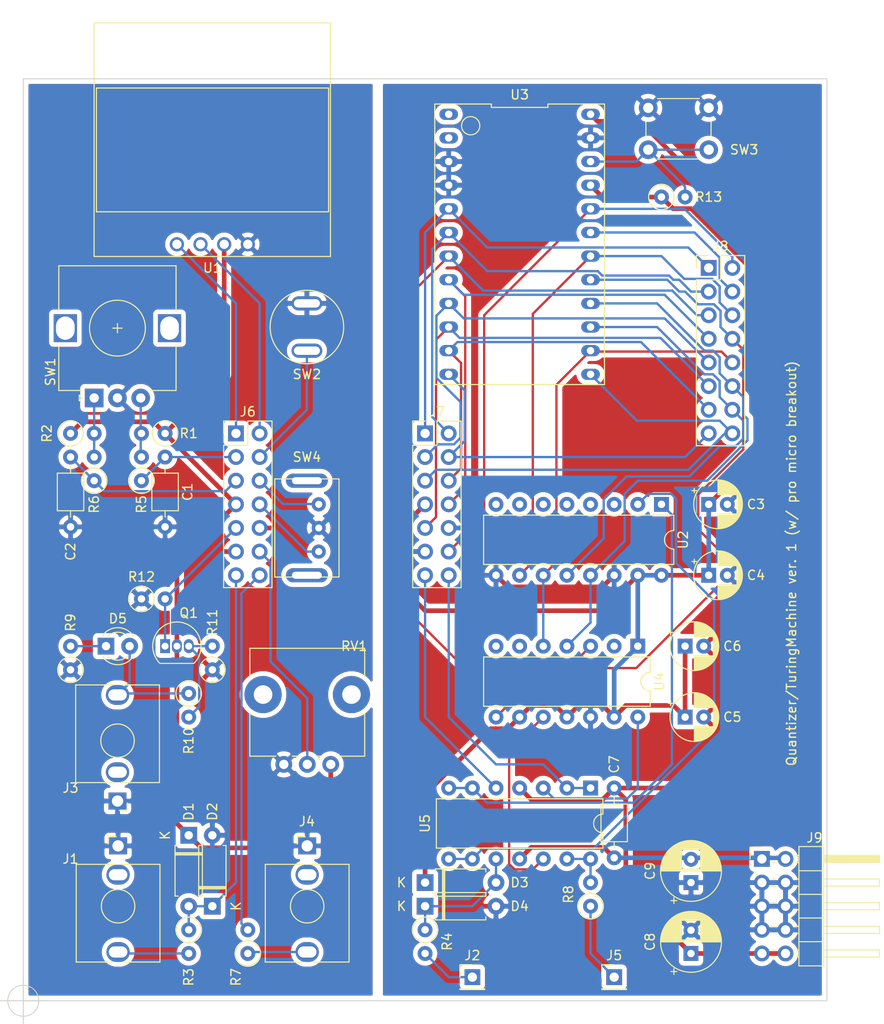
<source format=kicad_pcb>
(kicad_pcb (version 20171130) (host pcbnew "(5.1.8-0-10_14)")
  (layers (0 F.Cu signal) (31 B.Cu signal) (34 B.Paste user) (35 F.Paste user) (36 B.SilkS user) (37 F.SilkS user) (38 B.Mask user) (39 F.Mask user) (44 Edge.Cuts user))
  (net 0 "")
  (net 1 /Sheet628BAE91/re_2)
  (net 2 GND)
  (net 3 /Sheet628BAE91/re_1)
  (net 4 +5V)
  (net 5 /Sheet628BAE91/audio_in_1)
  (net 6 "Net-(D5-Pad1)")
  (net 7 "Net-(D5-Pad2)")
  (net 8 "Net-(J1-PadTN)")
  (net 9 "Net-(J1-PadT)")
  (net 10 "Net-(J3-PadTN)")
  (net 11 "Net-(J4-PadT)")
  (net 12 "Net-(J4-PadTN)")
  (net 13 /Sheet628BAE91/audio_out_1)
  (net 14 /Sheet628BAE91/i2c_clk)
  (net 15 /Sheet628BAE91/i2c_data)
  (net 16 /Sheet628BAE91/btn_enter)
  (net 17 /Sheet628BAE91/gate)
  (net 18 "Net-(Q1-Pad3)")
  (net 19 "Net-(R1-Pad2)")
  (net 20 "Net-(R2-Pad2)")
  (net 21 /Sheet628BAE91/TM_off)
  (net 22 /Sheet628BAE91/TM_on)
  (net 23 /Sheet628BAE91/TM_pot)
  (net 24 +12V)
  (net 25 -12V)
  (net 26 "Net-(D3-Pad2)")
  (net 27 "Net-(J2-Pad1)")
  (net 28 "Net-(J5-Pad1)")
  (net 29 /Sheet628BB73E/i2c_data)
  (net 30 /Sheet628BB73E/i2c_clk)
  (net 31 /Sheet628BB73E/re_2)
  (net 32 /Sheet628BB73E/btn_enter)
  (net 33 /Sheet628BB73E/re_1)
  (net 34 /Sheet628BB73E/gate)
  (net 35 /Sheet628BB73E/audio_in_1)
  (net 36 /Sheet628BB73E/audio_out_1)
  (net 37 /Sheet628BB73E/D20_A2)
  (net 38 /Sheet628BB73E/CS_DA)
  (net 39 /Sheet628BB73E/CS_AD)
  (net 40 /Sheet628BB73E/D18_A0)
  (net 41 /Sheet628BB73E/D16)
  (net 42 /Sheet628BB73E/D15)
  (net 43 /Sheet628BB73E/D14)
  (net 44 "Net-(R8-Pad2)")
  (net 45 "Net-(R13-Pad2)")
  (net 46 "Net-(U2-Pad1)")
  (net 47 "Net-(U2-Pad2)")
  (net 48 "Net-(U2-Pad3)")
  (net 49 "Net-(U2-Pad4)")
  (net 50 "Net-(U2-Pad5)")
  (net 51 "Net-(U2-Pad6)")
  (net 52 "Net-(U2-Pad7)")
  (net 53 "Net-(U2-Pad8)")
  (net 54 "Net-(U3-Pad1)")
  (net 55 "Net-(U3-Pad2)")
  (net 56 "Net-(U4-Pad14)")
  (net 57 "Net-(U4-Pad7)")
  (net 58 "Net-(U4-Pad6)")
  (net 59 "Net-(U4-Pad10)")
  (net 60 "Net-(U4-Pad2)")
  (net 61 /Sheet628BB73E/TM_off)
  (net 62 /Sheet628BB73E/TM_on)
  (net 63 /Sheet628BB73E/TM_pot)
  (module Capacitor_THT:C_Axial_L3.8mm_D2.6mm_P7.50mm_Horizontal (layer F.Cu) (at 73.025 84.455 270)
    (fp_text reference C1 (at 3.75 -2.42 90) (layer F.SilkS))
    (fp_text value 0.1u)
    (pad 1 thru_hole circle (at 0 0 270) (size 1.6 1.6) (drill 0.8) (layers *.Cu *.Mask) (net 1 /Sheet628BAE91/re_2))
    (pad 2 thru_hole oval (at 7.5 0 270) (size 1.6 1.6) (drill 0.8) (layers *.Cu *.Mask) (net 2 GND))
  )
  (module Capacitor_THT:C_Axial_L3.8mm_D2.6mm_P7.50mm_Horizontal (layer F.Cu) (at 62.865 84.455 270)
    (fp_text reference C2 (at 10.16 0 90) (layer F.SilkS))
    (fp_text value 0.1u)
    (pad 2 thru_hole oval (at 7.5 0 270) (size 1.6 1.6) (drill 0.8) (layers *.Cu *.Mask) (net 2 GND))
    (pad 1 thru_hole circle (at 0 0 270) (size 1.6 1.6) (drill 0.8) (layers *.Cu *.Mask) (net 3 /Sheet628BAE91/re_1))
  )
  (module Diode_THT:D_A-405_P7.62mm_Horizontal (layer F.Cu) (at 75.565 125.095 270)
    (fp_text reference D1 (at -2.54 0 90) (layer F.SilkS))
    (fp_text value D)
    (fp_text user K (at 0 2.54 90) (layer F.SilkS))
    (pad 1 thru_hole rect (at 0 0 270) (size 1.8 1.8) (drill 0.9) (layers *.Cu *.Mask) (net 4 +5V))
    (pad 2 thru_hole oval (at 7.62 0 270) (size 1.8 1.8) (drill 0.9) (layers *.Cu *.Mask) (net 5 /Sheet628BAE91/audio_in_1))
  )
  (module Diode_THT:D_A-405_P7.62mm_Horizontal (layer F.Cu) (at 78.105 132.715 90)
    (fp_text reference D2 (at 10.16 0 90) (layer F.SilkS))
    (fp_text value D)
    (fp_text user K (at 0 2.54 90) (layer F.SilkS))
    (pad 2 thru_hole oval (at 7.62 0 90) (size 1.8 1.8) (drill 0.9) (layers *.Cu *.Mask) (net 2 GND))
    (pad 1 thru_hole rect (at 0 0 90) (size 1.8 1.8) (drill 0.9) (layers *.Cu *.Mask) (net 5 /Sheet628BAE91/audio_in_1))
  )
  (module LED_THT:LED_D3.0mm (layer F.Cu) (at 66.675 104.775)
    (fp_text reference D5 (at 1.27 -2.96) (layer F.SilkS))
    (fp_text value LED)
    (pad 1 thru_hole rect (at 0 0) (size 1.8 1.8) (drill 0.9) (layers *.Cu *.Mask) (net 6 "Net-(D5-Pad1)"))
    (pad 2 thru_hole circle (at 2.54 0) (size 1.8 1.8) (drill 0.9) (layers *.Cu *.Mask) (net 7 "Net-(D5-Pad2)"))
  )
  (module Attenuverter:mono_jack_3.5mm (layer F.Cu) (at 67.945 132.715)
    (fp_text reference J1 (at -5.08 -5.08) (layer F.SilkS))
    (fp_text value Audio_in)
    (pad TN thru_hole oval (at 0.03 -3.38 180) (size 2.5 2.13) (drill oval 2 1.2) (layers *.Cu *.Mask) (net 8 "Net-(J1-PadTN)"))
    (pad T thru_hole oval (at 0.03 4.92 180) (size 2.5 2.13) (drill oval 2 1.2) (layers *.Cu *.Mask) (net 9 "Net-(J1-PadT)"))
    (pad S thru_hole rect (at 0.03 -6.48 180) (size 1.93 1.83) (drill 1.22) (layers *.Cu *.Mask) (net 2 GND))
  )
  (module Attenuverter:mono_jack_3.5mm (layer F.Cu) (at 67.945 114.935 180)
    (fp_text reference J3 (at 5.08 -5.08) (layer F.SilkS))
    (fp_text value gate_in)
    (pad TN thru_hole oval (at 0.03 -3.38) (size 2.5 2.13) (drill oval 2 1.2) (layers *.Cu *.Mask) (net 10 "Net-(J3-PadTN)"))
    (pad T thru_hole oval (at 0.03 4.92) (size 2.5 2.13) (drill oval 2 1.2) (layers *.Cu *.Mask) (net 7 "Net-(D5-Pad2)"))
    (pad S thru_hole rect (at 0.03 -6.48) (size 1.93 1.83) (drill 1.22) (layers *.Cu *.Mask) (net 2 GND))
  )
  (module Attenuverter:mono_jack_3.5mm (layer F.Cu) (at 88.265 132.715)
    (fp_text reference J4 (at 0 -9.1) (layer F.SilkS))
    (fp_text value Audio_out)
    (pad S thru_hole rect (at 0.03 -6.48 180) (size 1.93 1.83) (drill 1.22) (layers *.Cu *.Mask) (net 2 GND))
    (pad T thru_hole oval (at 0.03 4.92 180) (size 2.5 2.13) (drill oval 2 1.2) (layers *.Cu *.Mask) (net 11 "Net-(J4-PadT)"))
    (pad TN thru_hole oval (at 0.03 -3.38 180) (size 2.5 2.13) (drill oval 2 1.2) (layers *.Cu *.Mask) (net 12 "Net-(J4-PadTN)"))
  )
  (module Package_TO_SOT_THT:TO-92_Inline (layer F.Cu) (at 73.025 104.775)
    (fp_text reference Q1 (at 2.54 -3.56) (layer F.SilkS))
    (fp_text value 2SC1815)
    (pad 2 thru_hole oval (at 1.27 0) (size 1.05 1.5) (drill 0.75) (layers *.Cu *.Mask) (net 4 +5V))
    (pad 3 thru_hole oval (at 2.54 0) (size 1.05 1.5) (drill 0.75) (layers *.Cu *.Mask) (net 18 "Net-(Q1-Pad3)"))
    (pad 1 thru_hole rect (at 0 0) (size 1.05 1.5) (drill 0.75) (layers *.Cu *.Mask) (net 17 /Sheet628BAE91/gate))
  )
  (module Rotary_Encoder:RotaryEncoder_Alps_EC12E_Vertical_H20mm (layer F.Cu) (at 65.405 78.105 90)
    (fp_text reference SW1 (at 2.8 -4.7 90) (layer F.SilkS))
    (fp_text value command)
    (pad MP thru_hole rect (at 7.5 8.1 90) (size 3 2.5) (drill oval 2.5 2) (layers *.Cu *.Mask))
    (pad MP thru_hole rect (at 7.5 -3.1 90) (size 3 2.5) (drill oval 2.5 2) (layers *.Cu *.Mask))
    (pad B thru_hole circle (at 0 5 90) (size 2 2) (drill 1) (layers *.Cu *.Mask) (net 19 "Net-(R1-Pad2)"))
    (pad C thru_hole circle (at 0 2.5 90) (size 2 2) (drill 1) (layers *.Cu *.Mask) (net 2 GND))
    (pad A thru_hole rect (at 0 0 90) (size 2 2) (drill 1) (layers *.Cu *.Mask) (net 20 "Net-(R2-Pad2)"))
  )
  (module Attenuverter:push_button (layer F.Cu) (at 88.265 70.485)
    (fp_text reference SW2 (at 0 5.08) (layer F.SilkS))
    (fp_text value btn_enter)
    (pad 1 thru_hole oval (at 0 -2.54) (size 3.3 1.524) (drill oval 2.8 0.9) (layers *.Cu *.Mask) (net 2 GND))
    (pad 2 thru_hole oval (at 0 2.54) (size 3.3 1.524) (drill oval 2.8 0.9) (layers *.Cu *.Mask) (net 16 /Sheet628BAE91/btn_enter))
  )
  (module Attenuverter:aki_OLED_0.96in (layer F.Cu) (at 78.105 51.435 180)
    (fp_text reference U1 (at 0 -12.7) (layer F.SilkS))
    (fp_text value OLED_Display_SSD1306)
    (pad 1 thru_hole circle (at -3.81 -10.16 180) (size 1.524 1.524) (drill 1) (layers *.Cu *.Mask) (net 2 GND))
    (pad 2 thru_hole circle (at -1.27 -10.16 180) (size 1.524 1.524) (drill 1) (layers *.Cu *.Mask) (net 4 +5V))
    (pad 3 thru_hole circle (at 1.27 -10.16 180) (size 1.524 1.524) (drill 1) (layers *.Cu *.Mask) (net 14 /Sheet628BAE91/i2c_clk))
    (pad 4 thru_hole circle (at 3.81 -10.16 180) (size 1.524 1.524) (drill 1) (layers *.Cu *.Mask) (net 15 /Sheet628BAE91/i2c_data))
  )
  (module Resistor_THT:R_Axial_DIN0207_L6.3mm_D2.5mm_P2.54mm_Vertical (layer F.Cu) (at 73.025 81.915 180)
    (fp_text reference R1 (at -2.54 0) (layer F.SilkS))
    (fp_text value 10k)
    (pad 1 thru_hole circle (at 0 0 180) (size 1.6 1.6) (drill 0.8) (layers *.Cu *.Mask) (net 4 +5V))
    (pad 2 thru_hole oval (at 2.54 0 180) (size 1.6 1.6) (drill 0.8) (layers *.Cu *.Mask) (net 19 "Net-(R1-Pad2)"))
  )
  (module Resistor_THT:R_Axial_DIN0207_L6.3mm_D2.5mm_P2.54mm_Vertical (layer F.Cu) (at 62.865 81.915)
    (fp_text reference R2 (at -2.54 0 90) (layer F.SilkS))
    (fp_text value 10k)
    (pad 2 thru_hole oval (at 2.54 0) (size 1.6 1.6) (drill 0.8) (layers *.Cu *.Mask) (net 20 "Net-(R2-Pad2)"))
    (pad 1 thru_hole circle (at 0 0) (size 1.6 1.6) (drill 0.8) (layers *.Cu *.Mask) (net 4 +5V))
  )
  (module Resistor_THT:R_Axial_DIN0207_L6.3mm_D2.5mm_P2.54mm_Vertical (layer F.Cu) (at 75.565 135.255 270)
    (fp_text reference R3 (at 5.08 0 90) (layer F.SilkS))
    (fp_text value 100k)
    (pad 1 thru_hole circle (at 0 0 270) (size 1.6 1.6) (drill 0.8) (layers *.Cu *.Mask) (net 5 /Sheet628BAE91/audio_in_1))
    (pad 2 thru_hole oval (at 2.54 0 270) (size 1.6 1.6) (drill 0.8) (layers *.Cu *.Mask) (net 9 "Net-(J1-PadT)"))
  )
  (module Resistor_THT:R_Axial_DIN0207_L6.3mm_D2.5mm_P2.54mm_Vertical (layer F.Cu) (at 70.485 86.995 90)
    (fp_text reference R5 (at -2.54 0 90) (layer F.SilkS))
    (fp_text value 10k)
    (pad 1 thru_hole circle (at 0 0 90) (size 1.6 1.6) (drill 0.8) (layers *.Cu *.Mask) (net 1 /Sheet628BAE91/re_2))
    (pad 2 thru_hole oval (at 2.54 0 90) (size 1.6 1.6) (drill 0.8) (layers *.Cu *.Mask) (net 19 "Net-(R1-Pad2)"))
  )
  (module Resistor_THT:R_Axial_DIN0207_L6.3mm_D2.5mm_P2.54mm_Vertical (layer F.Cu) (at 65.405 86.995 90)
    (fp_text reference R6 (at -2.54 0 90) (layer F.SilkS))
    (fp_text value 10k)
    (pad 2 thru_hole oval (at 2.54 0 90) (size 1.6 1.6) (drill 0.8) (layers *.Cu *.Mask) (net 20 "Net-(R2-Pad2)"))
    (pad 1 thru_hole circle (at 0 0 90) (size 1.6 1.6) (drill 0.8) (layers *.Cu *.Mask) (net 3 /Sheet628BAE91/re_1))
  )
  (module Resistor_THT:R_Axial_DIN0207_L6.3mm_D2.5mm_P2.54mm_Vertical (layer F.Cu) (at 81.915 137.795 90)
    (fp_text reference R7 (at -2.54 -1.27 90) (layer F.SilkS))
    (fp_text value 1k)
    (pad 1 thru_hole circle (at 0 0 90) (size 1.6 1.6) (drill 0.8) (layers *.Cu *.Mask) (net 11 "Net-(J4-PadT)"))
    (pad 2 thru_hole oval (at 2.54 0 90) (size 1.6 1.6) (drill 0.8) (layers *.Cu *.Mask) (net 13 /Sheet628BAE91/audio_out_1))
  )
  (module Resistor_THT:R_Axial_DIN0207_L6.3mm_D2.5mm_P2.54mm_Vertical (layer F.Cu) (at 62.865 107.315 90)
    (fp_text reference R9 (at 5.08 0 90) (layer F.SilkS))
    (fp_text value 10k)
    (pad 2 thru_hole oval (at 2.54 0 90) (size 1.6 1.6) (drill 0.8) (layers *.Cu *.Mask) (net 6 "Net-(D5-Pad1)"))
    (pad 1 thru_hole circle (at 0 0 90) (size 1.6 1.6) (drill 0.8) (layers *.Cu *.Mask) (net 2 GND))
  )
  (module Resistor_THT:R_Axial_DIN0207_L6.3mm_D2.5mm_P2.54mm_Vertical (layer F.Cu) (at 75.565 109.855 270)
    (fp_text reference R10 (at 5.08 0 90) (layer F.SilkS))
    (fp_text value 100k)
    (pad 2 thru_hole oval (at 2.54 0 270) (size 1.6 1.6) (drill 0.8) (layers *.Cu *.Mask) (net 18 "Net-(Q1-Pad3)"))
    (pad 1 thru_hole circle (at 0 0 270) (size 1.6 1.6) (drill 0.8) (layers *.Cu *.Mask) (net 7 "Net-(D5-Pad2)"))
  )
  (module Resistor_THT:R_Axial_DIN0207_L6.3mm_D2.5mm_P2.54mm_Vertical (layer F.Cu) (at 78.105 107.315 90)
    (fp_text reference R11 (at 5.08 0 90) (layer F.SilkS))
    (fp_text value 100k)
    (pad 1 thru_hole circle (at 0 0 90) (size 1.6 1.6) (drill 0.8) (layers *.Cu *.Mask) (net 2 GND))
    (pad 2 thru_hole oval (at 2.54 0 90) (size 1.6 1.6) (drill 0.8) (layers *.Cu *.Mask) (net 18 "Net-(Q1-Pad3)"))
  )
  (module Resistor_THT:R_Axial_DIN0207_L6.3mm_D2.5mm_P2.54mm_Vertical (layer F.Cu) (at 70.485 99.695)
    (fp_text reference R12 (at 0 -2.37) (layer F.SilkS))
    (fp_text value 100k)
    (pad 1 thru_hole circle (at 0 0) (size 1.6 1.6) (drill 0.8) (layers *.Cu *.Mask) (net 2 GND))
    (pad 2 thru_hole oval (at 2.54 0) (size 1.6 1.6) (drill 0.8) (layers *.Cu *.Mask) (net 17 /Sheet628BAE91/gate))
  )
  (module Connector_PinHeader_2.54mm:PinHeader_2x07_P2.54mm_Vertical (layer F.Cu) (at 80.645 81.915)
    (fp_text reference J6 (at 1.27 -2.33) (layer F.SilkS))
    (fp_text value Conn_02x07_Odd_Even)
    (pad 1 thru_hole rect (at 0 0) (size 1.7 1.7) (drill 1) (layers *.Cu *.Mask) (net 15 /Sheet628BAE91/i2c_data))
    (pad 2 thru_hole oval (at 2.54 0) (size 1.7 1.7) (drill 1) (layers *.Cu *.Mask) (net 14 /Sheet628BAE91/i2c_clk))
    (pad 3 thru_hole oval (at 0 2.54) (size 1.7 1.7) (drill 1) (layers *.Cu *.Mask) (net 1 /Sheet628BAE91/re_2))
    (pad 4 thru_hole oval (at 2.54 2.54) (size 1.7 1.7) (drill 1) (layers *.Cu *.Mask) (net 16 /Sheet628BAE91/btn_enter))
    (pad 5 thru_hole oval (at 0 5.08) (size 1.7 1.7) (drill 1) (layers *.Cu *.Mask) (net 3 /Sheet628BAE91/re_1))
    (pad 6 thru_hole oval (at 2.54 5.08) (size 1.7 1.7) (drill 1) (layers *.Cu *.Mask) (net 21 /Sheet628BAE91/TM_off))
    (pad 7 thru_hole oval (at 0 7.62) (size 1.7 1.7) (drill 1) (layers *.Cu *.Mask) (net 4 +5V))
    (pad 8 thru_hole oval (at 2.54 7.62) (size 1.7 1.7) (drill 1) (layers *.Cu *.Mask) (net 22 /Sheet628BAE91/TM_on))
    (pad 9 thru_hole oval (at 0 10.16) (size 1.7 1.7) (drill 1) (layers *.Cu *.Mask) (net 17 /Sheet628BAE91/gate))
    (pad 10 thru_hole oval (at 2.54 10.16) (size 1.7 1.7) (drill 1) (layers *.Cu *.Mask) (net 2 GND))
    (pad 11 thru_hole oval (at 0 12.7) (size 1.7 1.7) (drill 1) (layers *.Cu *.Mask) (net 2 GND))
    (pad 12 thru_hole oval (at 2.54 12.7) (size 1.7 1.7) (drill 1) (layers *.Cu *.Mask) (net 23 /Sheet628BAE91/TM_pot))
    (pad 13 thru_hole oval (at 0 15.24) (size 1.7 1.7) (drill 1) (layers *.Cu *.Mask) (net 5 /Sheet628BAE91/audio_in_1))
    (pad 14 thru_hole oval (at 2.54 15.24) (size 1.7 1.7) (drill 1) (layers *.Cu *.Mask) (net 13 /Sheet628BAE91/audio_out_1))
  )
  (module Attenuverter:Potentiometer_Alps_RK09L_Single_Vertical (layer F.Cu) (at 90.805 117.475 90)
    (fp_text reference RV1 (at 12.7 2.54 180) (layer F.SilkS))
    (fp_text value param)
    (pad 3 thru_hole circle (at 0 0.02 90) (size 1.8 1.8) (drill 1) (layers *.Cu *.Mask) (net 4 +5V))
    (pad 2 thru_hole circle (at 0 -2.5 90) (size 1.8 1.8) (drill 1) (layers *.Cu *.Mask) (net 23 /Sheet628BAE91/TM_pot))
    (pad 1 thru_hole circle (at 0 -5.02 90) (size 1.8 1.8) (drill 1) (layers *.Cu *.Mask) (net 2 GND))
    (pad "" np_thru_hole circle (at 7.5 -7.25 90) (size 4 4) (drill 2) (layers *.Cu *.Mask))
    (pad "" np_thru_hole circle (at 7.5 2.25 90) (size 4 4) (drill 2) (layers *.Cu *.Mask))
  )
  (module Attenuverter:SW_DPDT_Momentary (layer F.Cu) (at 88.265 92.075 270)
    (fp_text reference SW4 (at -7.62 0 180) (layer F.SilkS))
    (fp_text value write)
    (pad 1 thru_hole circle (at -2.54 -1.27 270) (size 1.524 1.524) (drill 0.762) (layers *.Cu *.Mask) (net 21 /Sheet628BAE91/TM_off))
    (pad 2 thru_hole circle (at 0 -1.27 270) (size 1.524 1.524) (drill 0.762) (layers *.Cu *.Mask) (net 2 GND))
    (pad 3 thru_hole circle (at 2.54 -1.27 270) (size 1.524 1.524) (drill 0.762) (layers *.Cu *.Mask) (net 22 /Sheet628BAE91/TM_on))
    (pad "" np_thru_hole oval (at 5.08 0) (size 4.5 1.524) (drill oval 3.2 0.762) (layers *.Cu *.Mask))
    (pad "" np_thru_hole oval (at -5.08 0) (size 4.5 1.524) (drill oval 3.2 0.762) (layers *.Cu *.Mask))
  )
  (module Capacitor_THT:CP_Radial_D5.0mm_P2.00mm (layer F.Cu) (at 131.445 89.535)
    (fp_text reference C3 (at 5.08 0) (layer F.SilkS))
    (fp_text value 10u)
    (pad 2 thru_hole circle (at 2 0) (size 1.6 1.6) (drill 0.8) (layers *.Cu *.Mask) (net 2 GND))
    (pad 1 thru_hole rect (at 0 0) (size 1.6 1.6) (drill 0.8) (layers *.Cu *.Mask) (net 4 +5V))
  )
  (module Capacitor_THT:CP_Radial_D5.0mm_P2.00mm (layer F.Cu) (at 131.445 97.155)
    (fp_text reference C4 (at 5.08 0) (layer F.SilkS))
    (fp_text value 1u)
    (pad 1 thru_hole rect (at 0 0) (size 1.6 1.6) (drill 0.8) (layers *.Cu *.Mask) (net 4 +5V))
    (pad 2 thru_hole circle (at 2 0) (size 1.6 1.6) (drill 0.8) (layers *.Cu *.Mask) (net 2 GND))
  )
  (module Capacitor_THT:CP_Radial_D5.0mm_P2.00mm (layer F.Cu) (at 128.905 112.395)
    (fp_text reference C5 (at 5.08 0) (layer F.SilkS))
    (fp_text value 10u)
    (pad 2 thru_hole circle (at 2 0) (size 1.6 1.6) (drill 0.8) (layers *.Cu *.Mask) (net 2 GND))
    (pad 1 thru_hole rect (at 0 0) (size 1.6 1.6) (drill 0.8) (layers *.Cu *.Mask) (net 4 +5V))
  )
  (module Capacitor_THT:CP_Radial_D5.0mm_P2.00mm (layer F.Cu) (at 128.905 104.775)
    (fp_text reference C6 (at 5.08 0) (layer F.SilkS))
    (fp_text value 1u)
    (pad 1 thru_hole rect (at 0 0) (size 1.6 1.6) (drill 0.8) (layers *.Cu *.Mask) (net 4 +5V))
    (pad 2 thru_hole circle (at 2 0) (size 1.6 1.6) (drill 0.8) (layers *.Cu *.Mask) (net 2 GND))
  )
  (module Capacitor_THT:C_Axial_L3.8mm_D2.6mm_P7.50mm_Horizontal (layer F.Cu) (at 121.285 120.015 270)
    (fp_text reference C7 (at -2.54 0 90) (layer F.SilkS))
    (fp_text value 0.1u)
    (pad 1 thru_hole circle (at 0 0 270) (size 1.6 1.6) (drill 0.8) (layers *.Cu *.Mask) (net 24 +12V))
    (pad 2 thru_hole oval (at 7.5 0 270) (size 1.6 1.6) (drill 0.8) (layers *.Cu *.Mask) (net 25 -12V))
  )
  (module Capacitor_THT:CP_Radial_D6.3mm_P2.50mm (layer F.Cu) (at 129.54 137.795 90)
    (fp_text reference C8 (at 1.25 -4.4 90) (layer F.SilkS))
    (fp_text value 100u)
    (pad 1 thru_hole rect (at 0 0 90) (size 1.6 1.6) (drill 0.8) (layers *.Cu *.Mask) (net 24 +12V))
    (pad 2 thru_hole circle (at 2.5 0 90) (size 1.6 1.6) (drill 0.8) (layers *.Cu *.Mask) (net 2 GND))
  )
  (module Capacitor_THT:CP_Radial_D6.3mm_P2.50mm (layer F.Cu) (at 129.54 130.175 90)
    (fp_text reference C9 (at 1.25 -4.4 90) (layer F.SilkS))
    (fp_text value 100u)
    (pad 2 thru_hole circle (at 2.5 0 90) (size 1.6 1.6) (drill 0.8) (layers *.Cu *.Mask) (net 25 -12V))
    (pad 1 thru_hole rect (at 0 0 90) (size 1.6 1.6) (drill 0.8) (layers *.Cu *.Mask) (net 2 GND))
  )
  (module Diode_THT:D_A-405_P7.62mm_Horizontal (layer F.Cu) (at 100.965 130.175)
    (fp_text reference D3 (at 10.16 0) (layer F.SilkS))
    (fp_text value D)
    (fp_text user K (at -2.54 0) (layer F.SilkS))
    (pad 1 thru_hole rect (at 0 0) (size 1.8 1.8) (drill 0.9) (layers *.Cu *.Mask) (net 4 +5V))
    (pad 2 thru_hole oval (at 7.62 0) (size 1.8 1.8) (drill 0.9) (layers *.Cu *.Mask) (net 26 "Net-(D3-Pad2)"))
  )
  (module Diode_THT:D_A-405_P7.62mm_Horizontal (layer F.Cu) (at 100.965 132.715)
    (fp_text reference D4 (at 10.16 0) (layer F.SilkS))
    (fp_text value D)
    (fp_text user K (at -2.54 0) (layer F.SilkS))
    (pad 2 thru_hole oval (at 7.62 0) (size 1.8 1.8) (drill 0.9) (layers *.Cu *.Mask) (net 2 GND))
    (pad 1 thru_hole rect (at 0 0) (size 1.8 1.8) (drill 0.9) (layers *.Cu *.Mask) (net 26 "Net-(D3-Pad2)"))
  )
  (module Connector_PinHeader_2.54mm:PinHeader_1x01_P2.54mm_Vertical (layer F.Cu) (at 106.045 140.335)
    (fp_text reference J2 (at 0 -2.33) (layer F.SilkS))
    (fp_text value Audio_in_2)
    (pad 1 thru_hole rect (at 0 0) (size 1.7 1.7) (drill 1) (layers *.Cu *.Mask) (net 27 "Net-(J2-Pad1)"))
  )
  (module Connector_PinHeader_2.54mm:PinHeader_1x01_P2.54mm_Vertical (layer F.Cu) (at 121.285 140.335)
    (fp_text reference J5 (at 0 -2.33) (layer F.SilkS))
    (fp_text value Audio_out_2)
    (pad 1 thru_hole rect (at 0 0) (size 1.7 1.7) (drill 1) (layers *.Cu *.Mask) (net 28 "Net-(J5-Pad1)"))
  )
  (module Connector_PinHeader_2.54mm:PinHeader_2x08_P2.54mm_Vertical (layer F.Cu) (at 131.445 64.135)
    (fp_text reference J8 (at 1.27 -2.33) (layer F.SilkS))
    (fp_text value breakout)
    (pad 1 thru_hole rect (at 0 0) (size 1.7 1.7) (drill 1) (layers *.Cu *.Mask) (net 29 /Sheet628BB73E/i2c_data))
    (pad 2 thru_hole oval (at 2.54 0) (size 1.7 1.7) (drill 1) (layers *.Cu *.Mask) (net 63 /Sheet628BB73E/TM_pot))
    (pad 3 thru_hole oval (at 0 2.54) (size 1.7 1.7) (drill 1) (layers *.Cu *.Mask) (net 30 /Sheet628BB73E/i2c_clk))
    (pad 4 thru_hole oval (at 2.54 2.54) (size 1.7 1.7) (drill 1) (layers *.Cu *.Mask) (net 37 /Sheet628BB73E/D20_A2))
    (pad 5 thru_hole oval (at 0 5.08) (size 1.7 1.7) (drill 1) (layers *.Cu *.Mask) (net 38 /Sheet628BB73E/CS_DA))
    (pad 6 thru_hole oval (at 2.54 5.08) (size 1.7 1.7) (drill 1) (layers *.Cu *.Mask) (net 39 /Sheet628BB73E/CS_AD))
    (pad 7 thru_hole oval (at 0 7.62) (size 1.7 1.7) (drill 1) (layers *.Cu *.Mask) (net 62 /Sheet628BB73E/TM_on))
    (pad 8 thru_hole oval (at 2.54 7.62) (size 1.7 1.7) (drill 1) (layers *.Cu *.Mask) (net 40 /Sheet628BB73E/D18_A0))
    (pad 9 thru_hole oval (at 0 10.16) (size 1.7 1.7) (drill 1) (layers *.Cu *.Mask) (net 31 /Sheet628BB73E/re_2))
    (pad 10 thru_hole oval (at 2.54 10.16) (size 1.7 1.7) (drill 1) (layers *.Cu *.Mask) (net 41 /Sheet628BB73E/D16))
    (pad 11 thru_hole oval (at 0 12.7) (size 1.7 1.7) (drill 1) (layers *.Cu *.Mask) (net 34 /Sheet628BB73E/gate))
    (pad 12 thru_hole oval (at 2.54 12.7) (size 1.7 1.7) (drill 1) (layers *.Cu *.Mask) (net 42 /Sheet628BB73E/D15))
    (pad 13 thru_hole oval (at 0 15.24) (size 1.7 1.7) (drill 1) (layers *.Cu *.Mask) (net 61 /Sheet628BB73E/TM_off))
    (pad 14 thru_hole oval (at 2.54 15.24) (size 1.7 1.7) (drill 1) (layers *.Cu *.Mask) (net 43 /Sheet628BB73E/D14))
    (pad 15 thru_hole oval (at 0 17.78) (size 1.7 1.7) (drill 1) (layers *.Cu *.Mask) (net 32 /Sheet628BB73E/btn_enter))
    (pad 16 thru_hole oval (at 2.54 17.78) (size 1.7 1.7) (drill 1) (layers *.Cu *.Mask) (net 33 /Sheet628BB73E/re_1))
  )
  (module Connector_PinHeader_2.54mm:PinHeader_2x05_P2.54mm_Horizontal (layer F.Cu) (at 137.16 127.635)
    (fp_text reference J9 (at 5.655 -2.27) (layer F.SilkS))
    (fp_text value power_bus)
    (pad 1 thru_hole rect (at 0 0) (size 1.7 1.7) (drill 1) (layers *.Cu *.Mask) (net 25 -12V))
    (pad 2 thru_hole oval (at 2.54 0) (size 1.7 1.7) (drill 1) (layers *.Cu *.Mask) (net 25 -12V))
    (pad 3 thru_hole oval (at 0 2.54) (size 1.7 1.7) (drill 1) (layers *.Cu *.Mask) (net 2 GND))
    (pad 4 thru_hole oval (at 2.54 2.54) (size 1.7 1.7) (drill 1) (layers *.Cu *.Mask) (net 2 GND))
    (pad 5 thru_hole oval (at 0 5.08) (size 1.7 1.7) (drill 1) (layers *.Cu *.Mask) (net 2 GND))
    (pad 6 thru_hole oval (at 2.54 5.08) (size 1.7 1.7) (drill 1) (layers *.Cu *.Mask) (net 2 GND))
    (pad 7 thru_hole oval (at 0 7.62) (size 1.7 1.7) (drill 1) (layers *.Cu *.Mask) (net 2 GND))
    (pad 8 thru_hole oval (at 2.54 7.62) (size 1.7 1.7) (drill 1) (layers *.Cu *.Mask) (net 2 GND))
    (pad 9 thru_hole oval (at 0 10.16) (size 1.7 1.7) (drill 1) (layers *.Cu *.Mask) (net 24 +12V))
    (pad 10 thru_hole oval (at 2.54 10.16) (size 1.7 1.7) (drill 1) (layers *.Cu *.Mask) (net 24 +12V))
  )
  (module Resistor_THT:R_Axial_DIN0207_L6.3mm_D2.5mm_P2.54mm_Vertical (layer F.Cu) (at 100.965 135.255 270)
    (fp_text reference R4 (at 1.27 -2.37 90) (layer F.SilkS))
    (fp_text value 100k)
    (pad 2 thru_hole oval (at 2.54 0 270) (size 1.6 1.6) (drill 0.8) (layers *.Cu *.Mask) (net 27 "Net-(J2-Pad1)"))
    (pad 1 thru_hole circle (at 0 0 270) (size 1.6 1.6) (drill 0.8) (layers *.Cu *.Mask) (net 26 "Net-(D3-Pad2)"))
  )
  (module Resistor_THT:R_Axial_DIN0207_L6.3mm_D2.5mm_P2.54mm_Vertical (layer F.Cu) (at 118.745 132.715 90)
    (fp_text reference R8 (at 1.27 -2.37 90) (layer F.SilkS))
    (fp_text value 1k)
    (pad 1 thru_hole circle (at 0 0 90) (size 1.6 1.6) (drill 0.8) (layers *.Cu *.Mask) (net 28 "Net-(J5-Pad1)"))
    (pad 2 thru_hole oval (at 2.54 0 90) (size 1.6 1.6) (drill 0.8) (layers *.Cu *.Mask) (net 44 "Net-(R8-Pad2)"))
  )
  (module Resistor_THT:R_Axial_DIN0207_L6.3mm_D2.5mm_P2.54mm_Vertical (layer F.Cu) (at 126.365 56.515)
    (fp_text reference R13 (at 5.08 0) (layer F.SilkS))
    (fp_text value 10k)
    (pad 1 thru_hole circle (at 0 0) (size 1.6 1.6) (drill 0.8) (layers *.Cu *.Mask) (net 4 +5V))
    (pad 2 thru_hole oval (at 2.54 0) (size 1.6 1.6) (drill 0.8) (layers *.Cu *.Mask) (net 45 "Net-(R13-Pad2)"))
  )
  (module Button_Switch_THT:SW_PUSH_6mm (layer F.Cu) (at 131.445 51.435 180)
    (fp_text reference SW3 (at -3.81 0) (layer F.SilkS))
    (fp_text value reset)
    (pad 2 thru_hole circle (at 0 4.5 270) (size 2 2) (drill 1.1) (layers *.Cu *.Mask) (net 2 GND))
    (pad 1 thru_hole circle (at 0 0 270) (size 2 2) (drill 1.1) (layers *.Cu *.Mask) (net 45 "Net-(R13-Pad2)"))
    (pad 2 thru_hole circle (at 6.5 4.5 270) (size 2 2) (drill 1.1) (layers *.Cu *.Mask) (net 2 GND))
    (pad 1 thru_hole circle (at 6.5 0 270) (size 2 2) (drill 1.1) (layers *.Cu *.Mask) (net 45 "Net-(R13-Pad2)"))
  )
  (module Package_DIP:DIP-16_W7.62mm (layer F.Cu) (at 126.365 89.535 270)
    (fp_text reference U2 (at 3.81 -2.33 90) (layer F.SilkS))
    (fp_text value MCP3208)
    (pad 1 thru_hole rect (at 0 0 270) (size 1.6 1.6) (drill 0.8) (layers *.Cu *.Mask) (net 46 "Net-(U2-Pad1)"))
    (pad 9 thru_hole oval (at 7.62 17.78 270) (size 1.6 1.6) (drill 0.8) (layers *.Cu *.Mask) (net 2 GND))
    (pad 2 thru_hole oval (at 0 2.54 270) (size 1.6 1.6) (drill 0.8) (layers *.Cu *.Mask) (net 47 "Net-(U2-Pad2)"))
    (pad 10 thru_hole oval (at 7.62 15.24 270) (size 1.6 1.6) (drill 0.8) (layers *.Cu *.Mask) (net 39 /Sheet628BB73E/CS_AD))
    (pad 3 thru_hole oval (at 0 5.08 270) (size 1.6 1.6) (drill 0.8) (layers *.Cu *.Mask) (net 48 "Net-(U2-Pad3)"))
    (pad 11 thru_hole oval (at 7.62 12.7 270) (size 1.6 1.6) (drill 0.8) (layers *.Cu *.Mask) (net 41 /Sheet628BB73E/D16))
    (pad 4 thru_hole oval (at 0 7.62 270) (size 1.6 1.6) (drill 0.8) (layers *.Cu *.Mask) (net 49 "Net-(U2-Pad4)"))
    (pad 12 thru_hole oval (at 7.62 10.16 270) (size 1.6 1.6) (drill 0.8) (layers *.Cu *.Mask) (net 43 /Sheet628BB73E/D14))
    (pad 5 thru_hole oval (at 0 10.16 270) (size 1.6 1.6) (drill 0.8) (layers *.Cu *.Mask) (net 50 "Net-(U2-Pad5)"))
    (pad 13 thru_hole oval (at 7.62 7.62 270) (size 1.6 1.6) (drill 0.8) (layers *.Cu *.Mask) (net 42 /Sheet628BB73E/D15))
    (pad 6 thru_hole oval (at 0 12.7 270) (size 1.6 1.6) (drill 0.8) (layers *.Cu *.Mask) (net 51 "Net-(U2-Pad6)"))
    (pad 14 thru_hole oval (at 7.62 5.08 270) (size 1.6 1.6) (drill 0.8) (layers *.Cu *.Mask) (net 2 GND))
    (pad 7 thru_hole oval (at 0 15.24 270) (size 1.6 1.6) (drill 0.8) (layers *.Cu *.Mask) (net 52 "Net-(U2-Pad7)"))
    (pad 15 thru_hole oval (at 7.62 2.54 270) (size 1.6 1.6) (drill 0.8) (layers *.Cu *.Mask) (net 4 +5V))
    (pad 8 thru_hole oval (at 0 17.78 270) (size 1.6 1.6) (drill 0.8) (layers *.Cu *.Mask) (net 53 "Net-(U2-Pad8)"))
    (pad 16 thru_hole oval (at 7.62 0 270) (size 1.6 1.6) (drill 0.8) (layers *.Cu *.Mask) (net 4 +5V))
  )
  (module ClockGenerator:Pro_Micro_Top_side_Up (layer F.Cu) (at 111.125 61.595 270)
    (fp_text reference U3 (at -16.07 0) (layer F.SilkS))
    (fp_text value ProMicro)
    (pad 24 thru_hole oval (at -13.97 -7.62 270) (size 1.2 2) (drill 0.8) (layers *.Cu *.Mask) (net 24 +12V))
    (pad 1 thru_hole oval (at -13.97 7.62 270) (size 1.2 2) (drill 0.8) (layers *.Cu *.Mask) (net 54 "Net-(U3-Pad1)"))
    (pad 23 thru_hole oval (at -11.43 -7.62 270) (size 1.2 2) (drill 0.8) (layers *.Cu *.Mask) (net 2 GND))
    (pad 2 thru_hole oval (at -11.43 7.62 270) (size 1.2 2) (drill 0.8) (layers *.Cu *.Mask) (net 55 "Net-(U3-Pad2)"))
    (pad 22 thru_hole oval (at -8.89 -7.62 270) (size 1.2 2) (drill 0.8) (layers *.Cu *.Mask) (net 45 "Net-(R13-Pad2)"))
    (pad 3 thru_hole oval (at -8.89 7.62 270) (size 1.2 2) (drill 0.8) (layers *.Cu *.Mask) (net 2 GND))
    (pad 21 thru_hole oval (at -6.35 -7.62 270) (size 1.2 2) (drill 0.8) (layers *.Cu *.Mask) (net 4 +5V))
    (pad 4 thru_hole oval (at -6.35 7.62 270) (size 1.2 2) (drill 0.8) (layers *.Cu *.Mask) (net 2 GND))
    (pad 20 thru_hole oval (at -3.81 -7.62 270) (size 1.2 2) (drill 0.8) (layers *.Cu *.Mask) (net 63 /Sheet628BB73E/TM_pot))
    (pad 5 thru_hole oval (at -3.81 7.62 270) (size 1.2 2) (drill 0.8) (layers *.Cu *.Mask) (net 29 /Sheet628BB73E/i2c_data))
    (pad 19 thru_hole oval (at -1.27 -7.62 270) (size 1.2 2) (drill 0.8) (layers *.Cu *.Mask) (net 37 /Sheet628BB73E/D20_A2))
    (pad 6 thru_hole oval (at -1.27 7.62 270) (size 1.2 2) (drill 0.8) (layers *.Cu *.Mask) (net 30 /Sheet628BB73E/i2c_clk))
    (pad 18 thru_hole oval (at 1.27 -7.62 270) (size 1.2 2) (drill 0.8) (layers *.Cu *.Mask) (net 39 /Sheet628BB73E/CS_AD))
    (pad 7 thru_hole oval (at 1.27 7.62 270) (size 1.2 2) (drill 0.8) (layers *.Cu *.Mask) (net 38 /Sheet628BB73E/CS_DA))
    (pad 17 thru_hole oval (at 3.81 -7.62 270) (size 1.2 2) (drill 0.8) (layers *.Cu *.Mask) (net 40 /Sheet628BB73E/D18_A0))
    (pad 8 thru_hole oval (at 3.81 7.62 270) (size 1.2 2) (drill 0.8) (layers *.Cu *.Mask) (net 62 /Sheet628BB73E/TM_on))
    (pad 16 thru_hole oval (at 6.35 -7.62 270) (size 1.2 2) (drill 0.8) (layers *.Cu *.Mask) (net 42 /Sheet628BB73E/D15))
    (pad 9 thru_hole oval (at 6.35 7.62 270) (size 1.2 2) (drill 0.8) (layers *.Cu *.Mask) (net 31 /Sheet628BB73E/re_2))
    (pad 15 thru_hole oval (at 8.89 -7.62 270) (size 1.2 2) (drill 0.8) (layers *.Cu *.Mask) (net 43 /Sheet628BB73E/D14))
    (pad 10 thru_hole oval (at 8.89 7.62 270) (size 1.2 2) (drill 0.8) (layers *.Cu *.Mask) (net 34 /Sheet628BB73E/gate))
    (pad 14 thru_hole oval (at 11.43 -7.62 270) (size 1.2 2) (drill 0.8) (layers *.Cu *.Mask) (net 41 /Sheet628BB73E/D16))
    (pad 11 thru_hole oval (at 11.43 7.62 270) (size 1.2 2) (drill 0.8) (layers *.Cu *.Mask) (net 61 /Sheet628BB73E/TM_off))
    (pad 13 thru_hole oval (at 13.97 -7.62 270) (size 1.2 2) (drill 0.8) (layers *.Cu *.Mask) (net 33 /Sheet628BB73E/re_1))
    (pad 12 thru_hole oval (at 13.97 7.62 270) (size 1.2 2) (drill 0.8) (layers *.Cu *.Mask) (net 32 /Sheet628BB73E/btn_enter))
  )
  (module Package_DIP:DIP-14_W7.62mm (layer F.Cu) (at 123.825 104.775 270)
    (fp_text reference U4 (at 3.81 -2.33 90) (layer F.SilkS))
    (fp_text value MCP4922)
    (pad 14 thru_hole oval (at 7.62 0 270) (size 1.6 1.6) (drill 0.8) (layers *.Cu *.Mask) (net 56 "Net-(U4-Pad14)"))
    (pad 7 thru_hole oval (at 0 15.24 270) (size 1.6 1.6) (drill 0.8) (layers *.Cu *.Mask) (net 57 "Net-(U4-Pad7)"))
    (pad 13 thru_hole oval (at 7.62 2.54 270) (size 1.6 1.6) (drill 0.8) (layers *.Cu *.Mask) (net 4 +5V))
    (pad 6 thru_hole oval (at 0 12.7 270) (size 1.6 1.6) (drill 0.8) (layers *.Cu *.Mask) (net 58 "Net-(U4-Pad6)"))
    (pad 12 thru_hole oval (at 7.62 5.08 270) (size 1.6 1.6) (drill 0.8) (layers *.Cu *.Mask) (net 2 GND))
    (pad 5 thru_hole oval (at 0 10.16 270) (size 1.6 1.6) (drill 0.8) (layers *.Cu *.Mask) (net 41 /Sheet628BB73E/D16))
    (pad 11 thru_hole oval (at 7.62 7.62 270) (size 1.6 1.6) (drill 0.8) (layers *.Cu *.Mask) (net 4 +5V))
    (pad 4 thru_hole oval (at 0 7.62 270) (size 1.6 1.6) (drill 0.8) (layers *.Cu *.Mask) (net 42 /Sheet628BB73E/D15))
    (pad 10 thru_hole oval (at 7.62 10.16 270) (size 1.6 1.6) (drill 0.8) (layers *.Cu *.Mask) (net 59 "Net-(U4-Pad10)"))
    (pad 3 thru_hole oval (at 0 5.08 270) (size 1.6 1.6) (drill 0.8) (layers *.Cu *.Mask) (net 38 /Sheet628BB73E/CS_DA))
    (pad 9 thru_hole oval (at 7.62 12.7 270) (size 1.6 1.6) (drill 0.8) (layers *.Cu *.Mask) (net 4 +5V))
    (pad 2 thru_hole oval (at 0 2.54 270) (size 1.6 1.6) (drill 0.8) (layers *.Cu *.Mask) (net 60 "Net-(U4-Pad2)"))
    (pad 8 thru_hole oval (at 7.62 15.24 270) (size 1.6 1.6) (drill 0.8) (layers *.Cu *.Mask) (net 40 /Sheet628BB73E/D18_A0))
    (pad 1 thru_hole rect (at 0 0 270) (size 1.6 1.6) (drill 0.8) (layers *.Cu *.Mask) (net 4 +5V))
  )
  (module Package_DIP:DIP-14_W7.62mm (layer F.Cu) (at 118.745 120.015 270)
    (fp_text reference U5 (at 3.81 17.78 90) (layer F.SilkS))
    (fp_text value TL074)
    (pad 1 thru_hole rect (at 0 0 270) (size 1.6 1.6) (drill 0.8) (layers *.Cu *.Mask) (net 36 /Sheet628BB73E/audio_out_1))
    (pad 8 thru_hole oval (at 7.62 15.24 270) (size 1.6 1.6) (drill 0.8) (layers *.Cu *.Mask) (net 47 "Net-(U2-Pad2)"))
    (pad 2 thru_hole oval (at 0 2.54 270) (size 1.6 1.6) (drill 0.8) (layers *.Cu *.Mask) (net 36 /Sheet628BB73E/audio_out_1))
    (pad 9 thru_hole oval (at 7.62 12.7 270) (size 1.6 1.6) (drill 0.8) (layers *.Cu *.Mask) (net 47 "Net-(U2-Pad2)"))
    (pad 3 thru_hole oval (at 0 5.08 270) (size 1.6 1.6) (drill 0.8) (layers *.Cu *.Mask) (net 56 "Net-(U4-Pad14)"))
    (pad 10 thru_hole oval (at 7.62 10.16 270) (size 1.6 1.6) (drill 0.8) (layers *.Cu *.Mask) (net 26 "Net-(D3-Pad2)"))
    (pad 4 thru_hole oval (at 0 7.62 270) (size 1.6 1.6) (drill 0.8) (layers *.Cu *.Mask) (net 24 +12V))
    (pad 11 thru_hole oval (at 7.62 7.62 270) (size 1.6 1.6) (drill 0.8) (layers *.Cu *.Mask) (net 25 -12V))
    (pad 5 thru_hole oval (at 0 10.16 270) (size 1.6 1.6) (drill 0.8) (layers *.Cu *.Mask) (net 35 /Sheet628BB73E/audio_in_1))
    (pad 12 thru_hole oval (at 7.62 5.08 270) (size 1.6 1.6) (drill 0.8) (layers *.Cu *.Mask) (net 59 "Net-(U4-Pad10)"))
    (pad 6 thru_hole oval (at 0 12.7 270) (size 1.6 1.6) (drill 0.8) (layers *.Cu *.Mask) (net 46 "Net-(U2-Pad1)"))
    (pad 13 thru_hole oval (at 7.62 2.54 270) (size 1.6 1.6) (drill 0.8) (layers *.Cu *.Mask) (net 44 "Net-(R8-Pad2)"))
    (pad 7 thru_hole oval (at 0 15.24 270) (size 1.6 1.6) (drill 0.8) (layers *.Cu *.Mask) (net 46 "Net-(U2-Pad1)"))
    (pad 14 thru_hole oval (at 7.62 0 270) (size 1.6 1.6) (drill 0.8) (layers *.Cu *.Mask) (net 44 "Net-(R8-Pad2)"))
  )
  (module Connector_PinHeader_2.54mm:PinHeader_2x07_P2.54mm_Vertical (layer F.Cu) (at 100.965 81.915)
    (fp_text reference J7 (at 1.27 -2.33) (layer F.SilkS))
    (fp_text value Conn_02x07_Odd_Even)
    (pad 1 thru_hole rect (at 0 0) (size 1.7 1.7) (drill 1) (layers *.Cu *.Mask) (net 29 /Sheet628BB73E/i2c_data))
    (pad 2 thru_hole oval (at 2.54 0) (size 1.7 1.7) (drill 1) (layers *.Cu *.Mask) (net 30 /Sheet628BB73E/i2c_clk))
    (pad 3 thru_hole oval (at 0 2.54) (size 1.7 1.7) (drill 1) (layers *.Cu *.Mask) (net 31 /Sheet628BB73E/re_2))
    (pad 4 thru_hole oval (at 2.54 2.54) (size 1.7 1.7) (drill 1) (layers *.Cu *.Mask) (net 32 /Sheet628BB73E/btn_enter))
    (pad 5 thru_hole oval (at 0 5.08) (size 1.7 1.7) (drill 1) (layers *.Cu *.Mask) (net 33 /Sheet628BB73E/re_1))
    (pad 6 thru_hole oval (at 2.54 5.08) (size 1.7 1.7) (drill 1) (layers *.Cu *.Mask) (net 61 /Sheet628BB73E/TM_off))
    (pad 7 thru_hole oval (at 0 7.62) (size 1.7 1.7) (drill 1) (layers *.Cu *.Mask) (net 4 +5V))
    (pad 8 thru_hole oval (at 2.54 7.62) (size 1.7 1.7) (drill 1) (layers *.Cu *.Mask) (net 62 /Sheet628BB73E/TM_on))
    (pad 9 thru_hole oval (at 0 10.16) (size 1.7 1.7) (drill 1) (layers *.Cu *.Mask) (net 34 /Sheet628BB73E/gate))
    (pad 10 thru_hole oval (at 2.54 10.16) (size 1.7 1.7) (drill 1) (layers *.Cu *.Mask) (net 2 GND))
    (pad 11 thru_hole oval (at 0 12.7) (size 1.7 1.7) (drill 1) (layers *.Cu *.Mask) (net 2 GND))
    (pad 12 thru_hole oval (at 2.54 12.7) (size 1.7 1.7) (drill 1) (layers *.Cu *.Mask) (net 63 /Sheet628BB73E/TM_pot))
    (pad 13 thru_hole oval (at 0 15.24) (size 1.7 1.7) (drill 1) (layers *.Cu *.Mask) (net 35 /Sheet628BB73E/audio_in_1))
    (pad 14 thru_hole oval (at 2.54 15.24) (size 1.7 1.7) (drill 1) (layers *.Cu *.Mask) (net 36 /Sheet628BB73E/audio_out_1))
  )
  (target plus (at 57.785 142.875) (size 5) (width 0.1) (layer Edge.Cuts))
  (gr_line (start 95.885 43.815) (end 57.785 43.815) (layer Edge.Cuts) (width 0.1))
  (gr_line (start 57.785 142.875) (end 95.885 142.875) (layer Edge.Cuts) (width 0.1))
  (gr_line (start 57.785 43.815) (end 57.785 142.875) (layer Edge.Cuts) (width 0.1))
  (gr_text "Quantizer/TuringMachine ver. 1 (w/ pro micro breakout)" (at 140.335 95.885 90) (layer F.SilkS) (effects (font (size 1 1))))
  (gr_line (start 144.145 43.815) (end 95.885 43.815) (layer Edge.Cuts) (width 0.1))
  (gr_line (start 144.145 142.875) (end 144.145 43.815) (layer Edge.Cuts) (width 0.1))
  (gr_line (start 95.885 142.875) (end 144.145 142.875) (layer Edge.Cuts) (width 0.1))
  (segment (start 70.485 86.995) (end 73.025 84.455) (width 0.25) (layer B.Cu) (net 1))
  (segment (start 80.645 84.455) (end 73.025 84.455) (width 0.25) (layer B.Cu) (net 1))
  (segment (start 120.034999 98.405001) (end 109.835001 98.405001) (width 0.5) (layer F.Cu) (net 2))
  (segment (start 109.835001 98.405001) (end 108.585 97.155) (width 0.5) (layer F.Cu) (net 2))
  (segment (start 121.285 97.155) (end 120.034999 98.405001) (width 0.5) (layer F.Cu) (net 2))
  (segment (start 62.865 84.455) (end 65.405 86.995) (width 0.25) (layer B.Cu) (net 3))
  (segment (start 79.519999 88.120001) (end 80.645 86.995) (width 0.25) (layer B.Cu) (net 3))
  (segment (start 66.530001 88.120001) (end 79.519999 88.120001) (width 0.25) (layer B.Cu) (net 3))
  (segment (start 65.405 86.995) (end 66.530001 88.120001) (width 0.25) (layer B.Cu) (net 3))
  (segment (start 79.375 75.565) (end 73.025 81.915) (width 0.5) (layer F.Cu) (net 4))
  (segment (start 79.375 61.595) (end 79.375 75.565) (width 0.5) (layer F.Cu) (net 4))
  (segment (start 64.115001 80.664999) (end 62.865 81.915) (width 0.5) (layer F.Cu) (net 4))
  (segment (start 71.774999 80.664999) (end 64.115001 80.664999) (width 0.5) (layer F.Cu) (net 4))
  (segment (start 73.025 81.915) (end 71.774999 80.664999) (width 0.5) (layer F.Cu) (net 4))
  (segment (start 73.025 81.915) (end 80.645 89.535) (width 0.5) (layer F.Cu) (net 4))
  (segment (start 74.295 95.885) (end 74.295 104.775) (width 0.5) (layer F.Cu) (net 4))
  (segment (start 80.645 89.535) (end 74.295 95.885) (width 0.5) (layer F.Cu) (net 4))
  (segment (start 74.295 123.825) (end 75.565 125.095) (width 0.5) (layer F.Cu) (net 4))
  (segment (start 74.295 104.775) (end 74.295 123.825) (width 0.5) (layer F.Cu) (net 4))
  (segment (start 86.914999 123.905001) (end 89.474999 123.905001) (width 0.5) (layer F.Cu) (net 4))
  (segment (start 84.374999 126.445001) (end 86.914999 123.905001) (width 0.5) (layer F.Cu) (net 4))
  (segment (start 76.915001 126.445001) (end 84.374999 126.445001) (width 0.5) (layer F.Cu) (net 4))
  (segment (start 89.474999 123.905001) (end 90.825 122.555) (width 0.5) (layer F.Cu) (net 4))
  (segment (start 75.565 125.095) (end 76.915001 126.445001) (width 0.5) (layer F.Cu) (net 4))
  (segment (start 90.825 117.475) (end 90.825 122.535) (width 0.5) (layer F.Cu) (net 4))
  (segment (start 128.905 112.395) (end 128.905 104.775) (width 0.5) (layer F.Cu) (net 4))
  (segment (start 122.535001 111.144999) (end 121.285 112.395) (width 0.5) (layer F.Cu) (net 4))
  (segment (start 127.654999 111.144999) (end 122.535001 111.144999) (width 0.5) (layer F.Cu) (net 4))
  (segment (start 128.905 112.395) (end 127.654999 111.144999) (width 0.5) (layer F.Cu) (net 4))
  (segment (start 117.455001 111.144999) (end 116.205 112.395) (width 0.5) (layer F.Cu) (net 4))
  (segment (start 120.034999 111.144999) (end 117.455001 111.144999) (width 0.5) (layer F.Cu) (net 4))
  (segment (start 121.285 112.395) (end 120.034999 111.144999) (width 0.5) (layer F.Cu) (net 4))
  (segment (start 112.375001 111.144999) (end 111.125 112.395) (width 0.5) (layer F.Cu) (net 4))
  (segment (start 114.954999 111.144999) (end 112.375001 111.144999) (width 0.5) (layer F.Cu) (net 4))
  (segment (start 116.205 112.395) (end 114.954999 111.144999) (width 0.5) (layer F.Cu) (net 4))
  (segment (start 121.285 107.315) (end 123.825 104.775) (width 0.5) (layer B.Cu) (net 4))
  (segment (start 121.285 112.395) (end 121.285 107.315) (width 0.5) (layer B.Cu) (net 4))
  (segment (start 123.825 104.775) (end 123.825 97.155) (width 0.5) (layer B.Cu) (net 4))
  (segment (start 123.825 97.155) (end 126.365 97.155) (width 0.5) (layer B.Cu) (net 4))
  (segment (start 126.365 97.155) (end 131.445 97.155) (width 0.5) (layer F.Cu) (net 4))
  (segment (start 131.445 89.535) (end 131.445 97.155) (width 0.5) (layer B.Cu) (net 4))
  (segment (start 100.965 120.704998) (end 100.965 130.175) (width 0.5) (layer F.Cu) (net 4))
  (segment (start 108.024997 113.645001) (end 100.965 120.704998) (width 0.5) (layer F.Cu) (net 4))
  (segment (start 109.874999 113.645001) (end 108.024997 113.645001) (width 0.5) (layer F.Cu) (net 4))
  (segment (start 111.125 112.395) (end 109.874999 113.645001) (width 0.5) (layer F.Cu) (net 4))
  (segment (start 127.615001 57.765001) (end 129.539003 57.765001) (width 0.5) (layer F.Cu) (net 4))
  (segment (start 129.539003 57.765001) (end 137.795 66.020998) (width 0.5) (layer F.Cu) (net 4))
  (segment (start 126.365 56.515) (end 127.615001 57.765001) (width 0.5) (layer F.Cu) (net 4))
  (segment (start 137.795 66.020998) (end 137.795 85.725) (width 0.5) (layer F.Cu) (net 4))
  (segment (start 137.795 85.725) (end 136.525 86.995) (width 0.5) (layer F.Cu) (net 4))
  (segment (start 133.985 86.995) (end 131.445 89.535) (width 0.5) (layer F.Cu) (net 4))
  (segment (start 136.525 86.995) (end 133.985 86.995) (width 0.5) (layer F.Cu) (net 4))
  (segment (start 120.015 56.515) (end 118.745 55.245) (width 0.5) (layer F.Cu) (net 4))
  (segment (start 126.365 56.515) (end 120.015 56.515) (width 0.5) (layer F.Cu) (net 4))
  (segment (start 122.574999 98.405001) (end 123.825 97.155) (width 0.5) (layer F.Cu) (net 4))
  (segment (start 98.425 92.075) (end 98.425 98.425) (width 0.5) (layer F.Cu) (net 4))
  (segment (start 100.965 100.965) (end 120.015 100.965) (width 0.5) (layer F.Cu) (net 4))
  (segment (start 120.015 100.965) (end 122.574999 98.405001) (width 0.5) (layer F.Cu) (net 4))
  (segment (start 98.425 98.425) (end 100.965 100.965) (width 0.5) (layer F.Cu) (net 4))
  (segment (start 100.965 89.535) (end 98.425 92.075) (width 0.5) (layer F.Cu) (net 4))
  (segment (start 75.565 135.255) (end 75.565 132.715) (width 0.25) (layer B.Cu) (net 5))
  (segment (start 75.565 132.715) (end 78.105 132.715) (width 0.25) (layer B.Cu) (net 5))
  (segment (start 80.645 130.175) (end 78.105 132.715) (width 0.25) (layer B.Cu) (net 5))
  (segment (start 80.645 97.155) (end 80.645 130.175) (width 0.25) (layer B.Cu) (net 5))
  (segment (start 66.675 104.775) (end 62.865 104.775) (width 0.25) (layer B.Cu) (net 6))
  (segment (start 68.075 109.855) (end 67.915 110.015) (width 0.25) (layer B.Cu) (net 7))
  (segment (start 75.565 109.855) (end 68.075 109.855) (width 0.25) (layer B.Cu) (net 7))
  (segment (start 69.215 108.715) (end 67.915 110.015) (width 0.25) (layer B.Cu) (net 7))
  (segment (start 69.215 104.775) (end 69.215 108.715) (width 0.25) (layer B.Cu) (net 7))
  (segment (start 68.135 137.795) (end 67.975 137.635) (width 0.25) (layer B.Cu) (net 9))
  (segment (start 75.565 137.795) (end 68.135 137.795) (width 0.25) (layer B.Cu) (net 9))
  (segment (start 82.075 137.635) (end 81.915 137.795) (width 0.25) (layer B.Cu) (net 11))
  (segment (start 88.295 137.635) (end 82.075 137.635) (width 0.25) (layer B.Cu) (net 11))
  (segment (start 81.229999 134.569999) (end 81.915 135.255) (width 0.25) (layer B.Cu) (net 13))
  (segment (start 81.229999 99.110001) (end 81.229999 134.569999) (width 0.25) (layer B.Cu) (net 13))
  (segment (start 83.185 97.155) (end 81.229999 99.110001) (width 0.25) (layer B.Cu) (net 13))
  (segment (start 83.185 67.945) (end 76.835 61.595) (width 0.25) (layer B.Cu) (net 14))
  (segment (start 83.185 81.915) (end 83.185 67.945) (width 0.25) (layer B.Cu) (net 14))
  (segment (start 80.645 67.945) (end 74.295 61.595) (width 0.25) (layer B.Cu) (net 15))
  (segment (start 80.645 81.915) (end 80.645 67.945) (width 0.25) (layer B.Cu) (net 15))
  (segment (start 88.265 79.375) (end 88.265 73.025) (width 0.25) (layer B.Cu) (net 16))
  (segment (start 83.185 84.455) (end 88.265 79.375) (width 0.25) (layer B.Cu) (net 16))
  (segment (start 73.025 104.775) (end 73.025 99.695) (width 0.25) (layer B.Cu) (net 17))
  (segment (start 80.645 92.075) (end 73.025 99.695) (width 0.25) (layer B.Cu) (net 17))
  (segment (start 76.690001 111.269999) (end 76.690001 105.900001) (width 0.25) (layer B.Cu) (net 18))
  (segment (start 76.690001 105.900001) (end 75.565 104.775) (width 0.25) (layer B.Cu) (net 18))
  (segment (start 75.565 112.395) (end 76.690001 111.269999) (width 0.25) (layer B.Cu) (net 18))
  (segment (start 75.565 104.775) (end 78.105 104.775) (width 0.25) (layer B.Cu) (net 18))
  (segment (start 70.405 84.375) (end 70.485 84.455) (width 0.25) (layer B.Cu) (net 19))
  (segment (start 70.405 78.105) (end 70.405 84.375) (width 0.25) (layer B.Cu) (net 19))
  (segment (start 65.405 78.105) (end 65.405 84.455) (width 0.25) (layer B.Cu) (net 20))
  (segment (start 85.68999 89.49999) (end 83.185 86.995) (width 0.25) (layer B.Cu) (net 21))
  (segment (start 89.49999 89.49999) (end 89.535 89.535) (width 0.25) (layer B.Cu) (net 21))
  (segment (start 85.68999 89.49999) (end 89.49999 89.49999) (width 0.25) (layer B.Cu) (net 21))
  (segment (start 88.265 94.615) (end 89.535 94.615) (width 0.25) (layer B.Cu) (net 22))
  (segment (start 83.185 89.535) (end 88.265 94.615) (width 0.25) (layer B.Cu) (net 22))
  (segment (start 84.360001 106.435265) (end 84.360001 95.790001) (width 0.25) (layer B.Cu) (net 23))
  (segment (start 88.305 110.380264) (end 84.360001 106.435265) (width 0.25) (layer B.Cu) (net 23))
  (segment (start 84.360001 95.790001) (end 83.185 94.615) (width 0.25) (layer B.Cu) (net 23))
  (segment (start 88.305 110.380264) (end 88.305 117.475) (width 0.25) (layer B.Cu) (net 23))
  (segment (start 120.034999 121.265001) (end 121.285 120.015) (width 0.5) (layer F.Cu) (net 24))
  (segment (start 112.375001 121.265001) (end 120.034999 121.265001) (width 0.5) (layer F.Cu) (net 24))
  (segment (start 111.125 120.015) (end 112.375001 121.265001) (width 0.5) (layer F.Cu) (net 24))
  (segment (start 129.54 137.795) (end 139.7 137.795) (width 0.5) (layer F.Cu) (net 24))
  (segment (start 124.041003 48.385001) (end 139.7 64.043998) (width 0.5) (layer F.Cu) (net 24))
  (segment (start 119.505001 48.385001) (end 124.041003 48.385001) (width 0.5) (layer F.Cu) (net 24))
  (segment (start 118.745 47.625) (end 119.505001 48.385001) (width 0.5) (layer F.Cu) (net 24))
  (segment (start 122.535001 130.790001) (end 129.54 137.795) (width 0.5) (layer F.Cu) (net 24))
  (segment (start 122.535001 121.265001) (end 122.535001 130.790001) (width 0.5) (layer F.Cu) (net 24))
  (segment (start 121.285 120.015) (end 122.535001 121.265001) (width 0.5) (layer F.Cu) (net 24))
  (segment (start 139.7 111.76) (end 139.7 99.06) (width 0.5) (layer F.Cu) (net 24))
  (segment (start 131.445 120.015) (end 139.7 111.76) (width 0.5) (layer F.Cu) (net 24))
  (segment (start 121.285 120.015) (end 131.445 120.015) (width 0.5) (layer F.Cu) (net 24))
  (segment (start 139.7 99.06) (end 139.7 105.450002) (width 0.5) (layer F.Cu) (net 24))
  (segment (start 139.7 64.043998) (end 139.7 99.06) (width 0.5) (layer F.Cu) (net 24))
  (segment (start 120.154999 126.384999) (end 121.285 127.515) (width 0.5) (layer F.Cu) (net 25))
  (segment (start 112.375001 126.384999) (end 120.154999 126.384999) (width 0.5) (layer F.Cu) (net 25))
  (segment (start 111.125 127.635) (end 112.375001 126.384999) (width 0.5) (layer F.Cu) (net 25))
  (segment (start 121.405 127.635) (end 121.285 127.515) (width 0.5) (layer B.Cu) (net 25))
  (segment (start 139.58 127.515) (end 139.7 127.635) (width 0.5) (layer B.Cu) (net 25))
  (segment (start 121.285 127.515) (end 139.58 127.515) (width 0.5) (layer B.Cu) (net 25))
  (segment (start 100.965 135.255) (end 100.965 132.715) (width 0.25) (layer B.Cu) (net 26))
  (segment (start 100.965 132.715) (end 106.045 132.715) (width 0.25) (layer B.Cu) (net 26))
  (segment (start 106.045 132.715) (end 108.585 130.175) (width 0.25) (layer B.Cu) (net 26))
  (segment (start 108.585 130.175) (end 108.585 127.635) (width 0.25) (layer B.Cu) (net 26))
  (segment (start 106.045 140.335) (end 103.505 140.335) (width 0.25) (layer B.Cu) (net 27))
  (segment (start 103.505 140.335) (end 100.965 137.795) (width 0.25) (layer B.Cu) (net 27))
  (segment (start 118.745 137.795) (end 121.285 140.335) (width 0.25) (layer B.Cu) (net 28))
  (segment (start 118.745 132.715) (end 118.745 137.795) (width 0.25) (layer B.Cu) (net 28))
  (segment (start 107.65999 61.93999) (end 103.505 57.785) (width 0.25) (layer B.Cu) (net 29))
  (segment (start 129.24999 61.93999) (end 107.65999 61.93999) (width 0.25) (layer B.Cu) (net 29))
  (segment (start 131.445 64.135) (end 129.24999 61.93999) (width 0.25) (layer B.Cu) (net 29))
  (segment (start 100.965 60.325) (end 103.505 57.785) (width 0.25) (layer B.Cu) (net 29))
  (segment (start 100.965 63.5) (end 100.965 81.915) (width 0.25) (layer B.Cu) (net 29))
  (segment (start 100.965 60.325) (end 100.965 63.5) (width 0.25) (layer B.Cu) (net 29))
  (segment (start 100.965 81.915) (end 100.965 81.28) (width 0.25) (layer B.Cu) (net 29))
  (segment (start 131.445 66.675) (end 129.54141 66.675) (width 0.25) (layer B.Cu) (net 30))
  (segment (start 129.54141 66.675) (end 129.0914 66.22499) (width 0.25) (layer B.Cu) (net 30))
  (segment (start 128.27141 65.405) (end 127.63782 65.405) (width 0.25) (layer B.Cu) (net 30))
  (segment (start 129.0914 66.22499) (end 128.27141 65.405) (width 0.25) (layer B.Cu) (net 30))
  (segment (start 127.63782 65.405) (end 127.63641 65.40359) (width 0.25) (layer B.Cu) (net 30))
  (segment (start 107.65999 64.47999) (end 103.505 60.325) (width 0.25) (layer B.Cu) (net 30))
  (segment (start 120.003152 64.954991) (end 119.528151 64.47999) (width 0.25) (layer B.Cu) (net 30))
  (segment (start 119.528151 64.47999) (end 107.65999 64.47999) (width 0.25) (layer B.Cu) (net 30))
  (segment (start 127.187811 64.954991) (end 120.003152 64.954991) (width 0.25) (layer B.Cu) (net 30))
  (segment (start 127.63782 65.405) (end 127.187811 64.954991) (width 0.25) (layer B.Cu) (net 30))
  (segment (start 102.17999 80.58999) (end 103.505 81.915) (width 0.25) (layer B.Cu) (net 30))
  (segment (start 103.505 60.325) (end 102.17999 61.65001) (width 0.25) (layer B.Cu) (net 30))
  (segment (start 101.72998 62.10002) (end 101.72998 80.13998) (width 0.25) (layer B.Cu) (net 30))
  (segment (start 102.17999 61.65001) (end 101.72998 62.10002) (width 0.25) (layer B.Cu) (net 30))
  (segment (start 101.72998 80.13998) (end 102.235 80.645) (width 0.25) (layer B.Cu) (net 30))
  (segment (start 105.11999 69.55999) (end 103.505 67.945) (width 0.25) (layer B.Cu) (net 31))
  (segment (start 126.70999 69.55999) (end 105.11999 69.55999) (width 0.25) (layer B.Cu) (net 31))
  (segment (start 131.445 74.295) (end 126.70999 69.55999) (width 0.25) (layer B.Cu) (net 31))
  (segment (start 104.069001 83.090001) (end 104.775 82.384002) (width 0.25) (layer B.Cu) (net 31))
  (segment (start 102.329999 83.090001) (end 104.069001 83.090001) (width 0.25) (layer B.Cu) (net 31))
  (segment (start 100.965 84.455) (end 102.329999 83.090001) (width 0.25) (layer B.Cu) (net 31))
  (segment (start 102.17999 69.27001) (end 103.505 67.945) (width 0.25) (layer B.Cu) (net 31))
  (segment (start 102.17999 75.948151) (end 102.17999 69.27001) (width 0.25) (layer B.Cu) (net 31))
  (segment (start 104.775 78.543161) (end 102.17999 75.948151) (width 0.25) (layer B.Cu) (net 31))
  (segment (start 104.775 82.384002) (end 104.775 78.543161) (width 0.25) (layer B.Cu) (net 31))
  (segment (start 128.905 84.455) (end 131.445 81.915) (width 0.25) (layer B.Cu) (net 32))
  (segment (start 103.505 84.455) (end 128.905 84.455) (width 0.25) (layer B.Cu) (net 32))
  (segment (start 105.225009 82.734991) (end 103.505 84.455) (width 0.25) (layer B.Cu) (net 32))
  (segment (start 105.225009 77.285009) (end 105.225009 82.734991) (width 0.25) (layer B.Cu) (net 32))
  (segment (start 103.505 75.565) (end 105.225009 77.285009) (width 0.25) (layer B.Cu) (net 32))
  (segment (start 132.620001 80.550001) (end 133.985 81.915) (width 0.25) (layer B.Cu) (net 33))
  (segment (start 123.730001 80.550001) (end 132.620001 80.550001) (width 0.25) (layer B.Cu) (net 33))
  (segment (start 118.745 75.565) (end 123.730001 80.550001) (width 0.25) (layer B.Cu) (net 33))
  (segment (start 102.140001 85.819999) (end 100.965 86.995) (width 0.25) (layer B.Cu) (net 33))
  (segment (start 129.279003 85.819999) (end 102.140001 85.819999) (width 0.25) (layer B.Cu) (net 33))
  (segment (start 133.184002 81.915) (end 129.279003 85.819999) (width 0.25) (layer B.Cu) (net 33))
  (segment (start 133.985 81.915) (end 133.184002 81.915) (width 0.25) (layer B.Cu) (net 33))
  (segment (start 104.66998 71.64998) (end 103.505 70.485) (width 0.25) (layer B.Cu) (net 34))
  (segment (start 126.25998 71.64998) (end 104.66998 71.64998) (width 0.25) (layer B.Cu) (net 34))
  (segment (start 131.445 76.835) (end 126.25998 71.64998) (width 0.25) (layer B.Cu) (net 34))
  (segment (start 102.140001 90.899999) (end 100.965 92.075) (width 0.25) (layer F.Cu) (net 34))
  (segment (start 102.140001 71.849999) (end 102.140001 90.899999) (width 0.25) (layer F.Cu) (net 34))
  (segment (start 103.505 70.485) (end 102.140001 71.849999) (width 0.25) (layer F.Cu) (net 34))
  (segment (start 108.585 120.015) (end 100.965 112.395) (width 0.25) (layer B.Cu) (net 35))
  (segment (start 100.965 97.155) (end 100.965 112.395) (width 0.25) (layer B.Cu) (net 35))
  (segment (start 103.505 112.395) (end 108.585 117.475) (width 0.25) (layer B.Cu) (net 36))
  (segment (start 113.665 117.475) (end 116.205 120.015) (width 0.25) (layer B.Cu) (net 36))
  (segment (start 108.585 117.475) (end 113.665 117.475) (width 0.25) (layer B.Cu) (net 36))
  (segment (start 116.205 120.015) (end 118.745 120.015) (width 0.25) (layer B.Cu) (net 36))
  (segment (start 103.505 97.155) (end 103.505 112.395) (width 0.25) (layer B.Cu) (net 36))
  (segment (start 129.920002 60.325) (end 118.745 60.325) (width 0.25) (layer B.Cu) (net 37))
  (segment (start 132.620001 63.024999) (end 129.920002 60.325) (width 0.25) (layer B.Cu) (net 37))
  (segment (start 132.620001 65.310001) (end 132.620001 63.024999) (width 0.25) (layer B.Cu) (net 37))
  (segment (start 133.985 66.675) (end 132.620001 65.310001) (width 0.25) (layer B.Cu) (net 37))
  (segment (start 127.52998 66.56998) (end 107.20998 66.56998) (width 0.25) (layer B.Cu) (net 38))
  (segment (start 107.20998 66.56998) (end 103.505 62.865) (width 0.25) (layer B.Cu) (net 38))
  (segment (start 130.175 69.215) (end 127.52998 66.56998) (width 0.25) (layer B.Cu) (net 38))
  (segment (start 131.445 69.215) (end 130.175 69.215) (width 0.25) (layer B.Cu) (net 38))
  (segment (start 116.84 106.68) (end 118.745 104.775) (width 0.25) (layer F.Cu) (net 38))
  (segment (start 97.84999 99.75499) (end 104.775 106.68) (width 0.25) (layer F.Cu) (net 38))
  (segment (start 104.775 106.68) (end 116.84 106.68) (width 0.25) (layer F.Cu) (net 38))
  (segment (start 97.84999 68.52001) (end 97.84999 99.75499) (width 0.25) (layer F.Cu) (net 38))
  (segment (start 103.505 62.865) (end 97.84999 68.52001) (width 0.25) (layer F.Cu) (net 38))
  (segment (start 133.985 69.215) (end 132.620001 67.850001) (width 0.25) (layer B.Cu) (net 39))
  (segment (start 126.36782 62.865) (end 118.745 62.865) (width 0.25) (layer B.Cu) (net 39))
  (segment (start 132.620001 66.110999) (end 131.819003 65.310001) (width 0.25) (layer B.Cu) (net 39))
  (segment (start 128.812821 65.310001) (end 126.36782 62.865) (width 0.25) (layer B.Cu) (net 39))
  (segment (start 131.819003 65.310001) (end 128.812821 65.310001) (width 0.25) (layer B.Cu) (net 39))
  (segment (start 132.620001 67.850001) (end 132.620001 66.110999) (width 0.25) (layer B.Cu) (net 39))
  (segment (start 112.539999 95.740001) (end 111.125 97.155) (width 0.25) (layer F.Cu) (net 39))
  (segment (start 112.539999 69.070001) (end 112.539999 95.740001) (width 0.25) (layer F.Cu) (net 39))
  (segment (start 118.745 62.865) (end 112.539999 69.070001) (width 0.25) (layer F.Cu) (net 39))
  (segment (start 128.905 66.675) (end 128.27141 66.675) (width 0.25) (layer B.Cu) (net 40))
  (segment (start 132.009001 68.039999) (end 130.269999 68.039999) (width 0.25) (layer B.Cu) (net 40))
  (segment (start 127.00141 65.405) (end 118.745 65.405) (width 0.25) (layer B.Cu) (net 40))
  (segment (start 132.715 68.745998) (end 132.009001 68.039999) (width 0.25) (layer B.Cu) (net 40))
  (segment (start 130.269999 68.039999) (end 128.905 66.675) (width 0.25) (layer B.Cu) (net 40))
  (segment (start 132.715 70.485) (end 132.715 68.745998) (width 0.25) (layer B.Cu) (net 40))
  (segment (start 128.27141 66.675) (end 127.00141 65.405) (width 0.25) (layer B.Cu) (net 40))
  (segment (start 133.985 71.755) (end 132.715 70.485) (width 0.25) (layer B.Cu) (net 40))
  (segment (start 113.84999 107.13001) (end 108.585 112.395) (width 0.25) (layer F.Cu) (net 40))
  (segment (start 123.654992 107.13001) (end 113.84999 107.13001) (width 0.25) (layer F.Cu) (net 40))
  (segment (start 133.985 71.755) (end 135.160001 72.930001) (width 0.25) (layer F.Cu) (net 40))
  (segment (start 133.985001 98.280001) (end 132.505001 98.280001) (width 0.25) (layer F.Cu) (net 40))
  (segment (start 132.505001 98.280001) (end 123.654992 107.13001) (width 0.25) (layer F.Cu) (net 40))
  (segment (start 130.319999 88.474999) (end 130.319999 92.219999) (width 0.25) (layer F.Cu) (net 40))
  (segment (start 135.160001 83.634997) (end 130.319999 88.474999) (width 0.25) (layer F.Cu) (net 40))
  (segment (start 135.160001 72.930001) (end 135.160001 83.634997) (width 0.25) (layer F.Cu) (net 40))
  (segment (start 134.570001 96.470001) (end 134.570001 97.695001) (width 0.25) (layer F.Cu) (net 40))
  (segment (start 130.319999 92.219999) (end 134.570001 96.470001) (width 0.25) (layer F.Cu) (net 40))
  (segment (start 134.570001 97.695001) (end 133.985001 98.280001) (width 0.25) (layer F.Cu) (net 40))
  (segment (start 113.665 104.775) (end 113.665 97.155) (width 0.25) (layer B.Cu) (net 41))
  (segment (start 118.839999 73.119999) (end 118.745 73.025) (width 0.25) (layer F.Cu) (net 41))
  (segment (start 132.809999 73.119999) (end 118.839999 73.119999) (width 0.25) (layer F.Cu) (net 41))
  (segment (start 133.985 74.295) (end 132.809999 73.119999) (width 0.25) (layer F.Cu) (net 41))
  (segment (start 115.079999 76.690001) (end 115.079999 95.740001) (width 0.25) (layer F.Cu) (net 41))
  (segment (start 115.079999 95.740001) (end 113.665 97.155) (width 0.25) (layer F.Cu) (net 41))
  (segment (start 118.745 73.025) (end 115.079999 76.690001) (width 0.25) (layer F.Cu) (net 41))
  (segment (start 118.745 102.235) (end 116.205 104.775) (width 0.25) (layer B.Cu) (net 42))
  (segment (start 118.745 97.155) (end 118.745 102.235) (width 0.25) (layer B.Cu) (net 42))
  (segment (start 135.160001 78.010001) (end 133.985 76.835) (width 0.25) (layer B.Cu) (net 42))
  (segment (start 123.825 86.995) (end 130.644002 86.995) (width 0.25) (layer B.Cu) (net 42))
  (segment (start 118.745 97.155) (end 122.410001 93.489999) (width 0.25) (layer B.Cu) (net 42))
  (segment (start 122.410001 88.409999) (end 123.825 86.995) (width 0.25) (layer B.Cu) (net 42))
  (segment (start 122.410001 93.489999) (end 122.410001 88.409999) (width 0.25) (layer B.Cu) (net 42))
  (segment (start 135.61001 82.665402) (end 131.280412 86.995) (width 0.25) (layer B.Cu) (net 42))
  (segment (start 135.610011 80.363601) (end 135.61001 82.665402) (width 0.25) (layer B.Cu) (net 42))
  (segment (start 135.160001 79.913591) (end 135.610011 80.363601) (width 0.25) (layer B.Cu) (net 42))
  (segment (start 135.160001 78.010001) (end 135.160001 79.913591) (width 0.25) (layer B.Cu) (net 42))
  (segment (start 131.280412 86.995) (end 130.175 86.995) (width 0.25) (layer B.Cu) (net 42))
  (segment (start 125.895998 67.945) (end 118.745 67.945) (width 0.25) (layer B.Cu) (net 42))
  (segment (start 130.975998 73.025) (end 125.895998 67.945) (width 0.25) (layer B.Cu) (net 42))
  (segment (start 131.914002 73.025) (end 130.975998 73.025) (width 0.25) (layer B.Cu) (net 42))
  (segment (start 132.620001 75.470001) (end 132.620001 73.730999) (width 0.25) (layer B.Cu) (net 42))
  (segment (start 132.620001 73.730999) (end 131.914002 73.025) (width 0.25) (layer B.Cu) (net 42))
  (segment (start 133.985 76.835) (end 132.620001 75.470001) (width 0.25) (layer B.Cu) (net 42))
  (segment (start 129.35501 86.54499) (end 132.620001 83.279999) (width 0.25) (layer B.Cu) (net 43))
  (segment (start 120.159999 88.994999) (end 122.610008 86.54499) (width 0.25) (layer B.Cu) (net 43))
  (segment (start 120.159999 93.200001) (end 120.159999 88.994999) (width 0.25) (layer B.Cu) (net 43))
  (segment (start 122.610008 86.54499) (end 129.35501 86.54499) (width 0.25) (layer B.Cu) (net 43))
  (segment (start 116.205 97.155) (end 120.159999 93.200001) (width 0.25) (layer B.Cu) (net 43))
  (segment (start 135.160001 82.479001) (end 135.160001 80.550001) (width 0.25) (layer B.Cu) (net 43))
  (segment (start 134.359003 83.279999) (end 135.160001 82.479001) (width 0.25) (layer B.Cu) (net 43))
  (segment (start 135.160001 80.550001) (end 133.985 79.375) (width 0.25) (layer B.Cu) (net 43))
  (segment (start 132.620001 83.279999) (end 134.359003 83.279999) (width 0.25) (layer B.Cu) (net 43))
  (segment (start 125.895998 70.485) (end 118.745 70.485) (width 0.25) (layer B.Cu) (net 43))
  (segment (start 132.620001 76.270999) (end 131.914002 75.565) (width 0.25) (layer B.Cu) (net 43))
  (segment (start 130.975998 75.565) (end 125.895998 70.485) (width 0.25) (layer B.Cu) (net 43))
  (segment (start 131.914002 75.565) (end 130.975998 75.565) (width 0.25) (layer B.Cu) (net 43))
  (segment (start 132.620001 78.010001) (end 132.620001 76.270999) (width 0.25) (layer B.Cu) (net 43))
  (segment (start 133.985 79.375) (end 132.620001 78.010001) (width 0.25) (layer B.Cu) (net 43))
  (segment (start 116.205 127.635) (end 118.745 127.635) (width 0.25) (layer B.Cu) (net 44))
  (segment (start 118.745 127.635) (end 118.745 130.175) (width 0.25) (layer B.Cu) (net 44))
  (segment (start 123.675 52.705) (end 124.945 51.435) (width 0.25) (layer B.Cu) (net 45))
  (segment (start 118.745 52.705) (end 123.675 52.705) (width 0.25) (layer B.Cu) (net 45))
  (segment (start 128.905 55.395) (end 128.905 56.515) (width 0.25) (layer B.Cu) (net 45))
  (segment (start 124.945 51.435) (end 128.905 55.395) (width 0.25) (layer B.Cu) (net 45))
  (segment (start 124.945 51.435) (end 131.445 51.435) (width 0.25) (layer B.Cu) (net 45))
  (segment (start 103.505 120.015) (end 106.045 120.015) (width 0.25) (layer B.Cu) (net 46))
  (segment (start 127.490001 90.660001) (end 126.365 89.535) (width 0.25) (layer B.Cu) (net 46))
  (segment (start 123.374992 121.59001) (end 127.490001 117.475001) (width 0.25) (layer B.Cu) (net 46))
  (segment (start 127.490001 117.475001) (end 127.490001 90.660001) (width 0.25) (layer B.Cu) (net 46))
  (segment (start 107.62001 121.59001) (end 123.374992 121.59001) (width 0.25) (layer B.Cu) (net 46))
  (segment (start 106.045 120.015) (end 107.62001 121.59001) (width 0.25) (layer B.Cu) (net 46))
  (segment (start 103.505 127.635) (end 106.045 127.635) (width 0.25) (layer B.Cu) (net 47))
  (segment (start 127.425001 88.409999) (end 124.950001 88.409999) (width 0.25) (layer B.Cu) (net 47))
  (segment (start 127.940011 88.925009) (end 127.425001 88.409999) (width 0.25) (layer B.Cu) (net 47))
  (segment (start 127.940011 95.835013) (end 127.940011 88.925009) (width 0.25) (layer B.Cu) (net 47))
  (segment (start 132.030001 99.925003) (end 127.940011 95.835013) (width 0.25) (layer B.Cu) (net 47))
  (segment (start 132.030001 113.571411) (end 132.030001 99.925003) (width 0.25) (layer B.Cu) (net 47))
  (segment (start 119.091413 126.509999) (end 132.030001 113.571411) (width 0.25) (layer B.Cu) (net 47))
  (segment (start 107.170001 126.509999) (end 119.091413 126.509999) (width 0.25) (layer B.Cu) (net 47))
  (segment (start 124.950001 88.409999) (end 123.825 89.535) (width 0.25) (layer B.Cu) (net 47))
  (segment (start 106.045 127.635) (end 107.170001 126.509999) (width 0.25) (layer B.Cu) (net 47))
  (segment (start 114.790001 121.140001) (end 122.699999 121.140001) (width 0.25) (layer B.Cu) (net 56))
  (segment (start 113.665 120.015) (end 114.790001 121.140001) (width 0.25) (layer B.Cu) (net 56))
  (segment (start 122.699999 121.140001) (end 123.825 120.015) (width 0.25) (layer B.Cu) (net 56))
  (segment (start 123.825 120.015) (end 123.825 112.395) (width 0.25) (layer B.Cu) (net 56))
  (segment (start 109.999999 116.060001) (end 113.665 112.395) (width 0.25) (layer F.Cu) (net 59))
  (segment (start 109.999999 128.175001) (end 109.999999 116.060001) (width 0.25) (layer F.Cu) (net 59))
  (segment (start 110.584999 128.760001) (end 109.999999 128.175001) (width 0.25) (layer F.Cu) (net 59))
  (segment (start 112.539999 128.760001) (end 110.584999 128.760001) (width 0.25) (layer F.Cu) (net 59))
  (segment (start 113.665 127.635) (end 112.539999 128.760001) (width 0.25) (layer F.Cu) (net 59))
  (segment (start 124.16999 72.09999) (end 104.43001 72.09999) (width 0.25) (layer B.Cu) (net 61))
  (segment (start 104.43001 72.09999) (end 103.505 73.025) (width 0.25) (layer B.Cu) (net 61))
  (segment (start 131.445 79.375) (end 124.16999 72.09999) (width 0.25) (layer B.Cu) (net 61))
  (segment (start 104.83001 85.66999) (end 103.505 86.995) (width 0.25) (layer F.Cu) (net 61))
  (segment (start 104.83001 74.35001) (end 104.83001 85.66999) (width 0.25) (layer F.Cu) (net 61))
  (segment (start 103.505 73.025) (end 104.83001 74.35001) (width 0.25) (layer F.Cu) (net 61))
  (segment (start 126.70999 67.01999) (end 105.11999 67.01999) (width 0.25) (layer B.Cu) (net 62))
  (segment (start 105.11999 67.01999) (end 103.505 65.405) (width 0.25) (layer B.Cu) (net 62))
  (segment (start 131.445 71.755) (end 126.70999 67.01999) (width 0.25) (layer B.Cu) (net 62))
  (segment (start 105.280019 87.759981) (end 103.505 89.535) (width 0.25) (layer F.Cu) (net 62))
  (segment (start 105.280019 67.180019) (end 105.280019 87.759981) (width 0.25) (layer F.Cu) (net 62))
  (segment (start 103.505 65.405) (end 105.280019 67.180019) (width 0.25) (layer F.Cu) (net 62))
  (segment (start 133.985 62.932919) (end 133.985 64.135) (width 0.25) (layer B.Cu) (net 63))
  (segment (start 128.837081 57.785) (end 133.985 62.932919) (width 0.25) (layer B.Cu) (net 63))
  (segment (start 118.745 57.785) (end 128.837081 57.785) (width 0.25) (layer B.Cu) (net 63))
  (segment (start 118.745 57.785) (end 107.315 69.215) (width 0.25) (layer F.Cu) (net 63))
  (segment (start 107.315 69.215) (end 107.315 92.075) (width 0.25) (layer F.Cu) (net 63))
  (segment (start 106.045 92.075) (end 103.505 94.615) (width 0.25) (layer F.Cu) (net 63))
  (segment (start 107.315 92.075) (end 106.045 92.075) (width 0.25) (layer F.Cu) (net 63))
  (zone (net 2) (net_name GND) (layer F.Cu) (connect_pads (clearance 0.508)) (min_thickness 0.254) (fill yes (arc_segments 32) (thermal_gap 0.508) (thermal_bridge_width 0.508))
    (polygon (pts (xy 95.885 142.875) (xy 57.785 142.875) (xy 57.785 43.815) (xy 95.885 43.815)))
  )
  (zone (net 2) (net_name GND) (layer B.Cu) (connect_pads (clearance 0.508)) (min_thickness 0.254) (fill yes (arc_segments 32) (thermal_gap 0.508) (thermal_bridge_width 0.508))
    (polygon (pts (xy 95.885 142.875) (xy 57.785 142.875) (xy 57.785 43.815) (xy 95.885 43.815)))
  )
  (zone (net 2) (net_name GND) (layer F.Cu) (connect_pads (clearance 0.508)) (min_thickness 0.254) (fill yes (arc_segments 32) (thermal_gap 0.508) (thermal_bridge_width 0.508))
    (polygon (pts (xy 144.145 142.875) (xy 95.885 142.875) (xy 95.885 43.815) (xy 144.145 43.815)))
  )
  (zone (net 2) (net_name GND) (layer B.Cu) (connect_pads (clearance 0.508)) (min_thickness 0.254) (fill yes (arc_segments 32) (thermal_gap 0.508) (thermal_bridge_width 0.508))
    (polygon (pts (xy 144.145 142.875) (xy 95.885 142.875) (xy 95.885 43.815) (xy 144.145 43.815)))
  )
)
</source>
